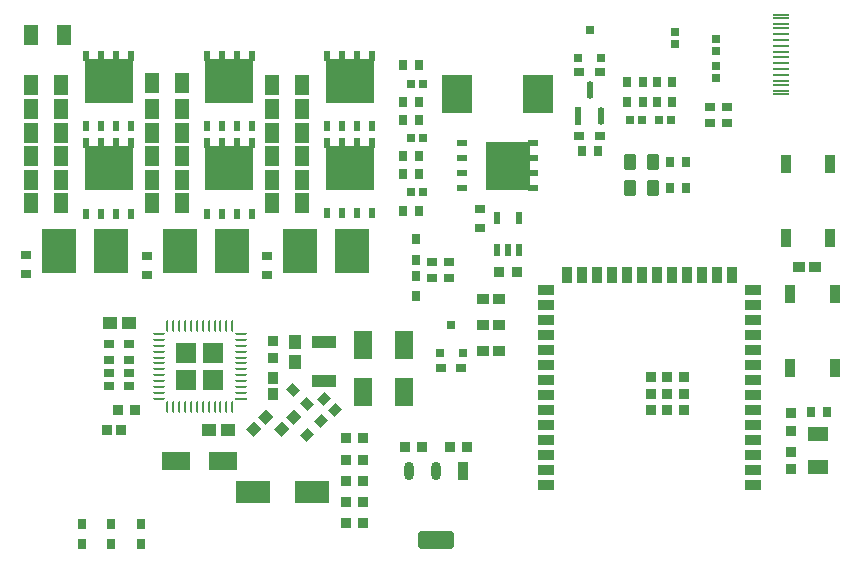
<source format=gtp>
G04*
G04 #@! TF.GenerationSoftware,Altium Limited,Altium Designer,24.1.2 (44)*
G04*
G04 Layer_Color=8421504*
%FSLAX44Y44*%
%MOMM*%
G71*
G04*
G04 #@! TF.SameCoordinates,C2358ADC-4AF9-434A-8588-A0F146304F54*
G04*
G04*
G04 #@! TF.FilePolarity,Positive*
G04*
G01*
G75*
%ADD21R,1.6602X1.6602*%
%ADD22R,1.5963X2.3963*%
%ADD23R,0.9544X0.7544*%
%ADD24R,1.0581X0.9121*%
%ADD25R,0.7590X0.7590*%
%ADD26R,0.9000X0.8000*%
%ADD27R,1.1544X1.7062*%
%ADD28R,0.9487X0.9487*%
%ADD29R,0.5609X1.0109*%
G04:AMPARAMS|DCode=30|XSize=0.9mm|YSize=0.8mm|CornerRadius=0mm|HoleSize=0mm|Usage=FLASHONLY|Rotation=225.000|XOffset=0mm|YOffset=0mm|HoleType=Round|Shape=Rectangle|*
%AMROTATEDRECTD30*
4,1,4,0.0354,0.6010,0.6010,0.0354,-0.0354,-0.6010,-0.6010,-0.0354,0.0354,0.6010,0.0*
%
%ADD30ROTATEDRECTD30*%

G04:AMPARAMS|DCode=31|XSize=0.9054mm|YSize=0.7554mm|CornerRadius=0mm|HoleSize=0mm|Usage=FLASHONLY|Rotation=225.000|XOffset=0mm|YOffset=0mm|HoleType=Round|Shape=Rectangle|*
%AMROTATEDRECTD31*
4,1,4,0.0530,0.5872,0.5872,0.0530,-0.0530,-0.5872,-0.5872,-0.0530,0.0530,0.5872,0.0*
%
%ADD31ROTATEDRECTD31*%

G04:AMPARAMS|DCode=32|XSize=0.9mm|YSize=0.8mm|CornerRadius=0mm|HoleSize=0mm|Usage=FLASHONLY|Rotation=135.000|XOffset=0mm|YOffset=0mm|HoleType=Round|Shape=Rectangle|*
%AMROTATEDRECTD32*
4,1,4,0.6010,-0.0354,0.0354,-0.6010,-0.6010,0.0354,-0.0354,0.6010,0.6010,-0.0354,0.0*
%
%ADD32ROTATEDRECTD32*%

G04:AMPARAMS|DCode=33|XSize=1.5596mm|YSize=3.1321mm|CornerRadius=0.4133mm|HoleSize=0mm|Usage=FLASHONLY|Rotation=270.000|XOffset=0mm|YOffset=0mm|HoleType=Round|Shape=RoundedRectangle|*
%AMROUNDEDRECTD33*
21,1,1.5596,2.3055,0,0,270.0*
21,1,0.7330,3.1321,0,0,270.0*
1,1,0.8266,-1.1528,-0.3665*
1,1,0.8266,-1.1528,0.3665*
1,1,0.8266,1.1528,0.3665*
1,1,0.8266,1.1528,-0.3665*
%
%ADD33ROUNDEDRECTD33*%
G04:AMPARAMS|DCode=34|XSize=1.5596mm|YSize=0.8321mm|CornerRadius=0.4161mm|HoleSize=0mm|Usage=FLASHONLY|Rotation=270.000|XOffset=0mm|YOffset=0mm|HoleType=Round|Shape=RoundedRectangle|*
%AMROUNDEDRECTD34*
21,1,1.5596,0.0000,0,0,270.0*
21,1,0.7275,0.8321,0,0,270.0*
1,1,0.8321,0.0000,-0.3638*
1,1,0.8321,0.0000,0.3638*
1,1,0.8321,0.0000,0.3638*
1,1,0.8321,0.0000,-0.3638*
%
%ADD34ROUNDEDRECTD34*%
%ADD35R,0.8321X1.5596*%
%ADD36R,0.8000X0.9000*%
%ADD37R,0.9054X0.7554*%
%ADD38R,0.6654X0.6725*%
G04:AMPARAMS|DCode=39|XSize=1.3401mm|YSize=0.9401mm|CornerRadius=0.0451mm|HoleSize=0mm|Usage=FLASHONLY|Rotation=90.000|XOffset=0mm|YOffset=0mm|HoleType=Round|Shape=RoundedRectangle|*
%AMROUNDEDRECTD39*
21,1,1.3401,0.8500,0,0,90.0*
21,1,1.2500,0.9401,0,0,90.0*
1,1,0.0901,0.4250,0.6250*
1,1,0.0901,0.4250,-0.6250*
1,1,0.0901,-0.4250,-0.6250*
1,1,0.0901,-0.4250,0.6250*
%
%ADD39ROUNDEDRECTD39*%
%ADD40R,0.7554X0.9054*%
%ADD41R,0.9355X1.6355*%
%ADD42R,1.2602X1.7382*%
%ADD43R,0.9581X0.9121*%
%ADD44R,2.9208X3.8208*%
%ADD45R,1.4732X0.2932*%
G04:AMPARAMS|DCode=46|XSize=0.2393mm|YSize=1.0096mm|CornerRadius=0.1196mm|HoleSize=0mm|Usage=FLASHONLY|Rotation=180.000|XOffset=0mm|YOffset=0mm|HoleType=Round|Shape=RoundedRectangle|*
%AMROUNDEDRECTD46*
21,1,0.2393,0.7704,0,0,180.0*
21,1,0.0000,1.0096,0,0,180.0*
1,1,0.2393,0.0000,0.3852*
1,1,0.2393,0.0000,0.3852*
1,1,0.2393,0.0000,-0.3852*
1,1,0.2393,0.0000,-0.3852*
%
%ADD46ROUNDEDRECTD46*%
G04:AMPARAMS|DCode=47|XSize=1.0096mm|YSize=0.2393mm|CornerRadius=0.1196mm|HoleSize=0mm|Usage=FLASHONLY|Rotation=180.000|XOffset=0mm|YOffset=0mm|HoleType=Round|Shape=RoundedRectangle|*
%AMROUNDEDRECTD47*
21,1,1.0096,0.0000,0,0,180.0*
21,1,0.7704,0.2393,0,0,180.0*
1,1,0.2393,-0.3852,0.0000*
1,1,0.2393,0.3852,0.0000*
1,1,0.2393,0.3852,0.0000*
1,1,0.2393,-0.3852,0.0000*
%
%ADD47ROUNDEDRECTD47*%
%ADD48R,1.0096X0.2393*%
G04:AMPARAMS|DCode=49|XSize=0.9581mm|YSize=0.9121mm|CornerRadius=0mm|HoleSize=0mm|Usage=FLASHONLY|Rotation=45.000|XOffset=0mm|YOffset=0mm|HoleType=Round|Shape=Rectangle|*
%AMROTATEDRECTD49*
4,1,4,-0.0163,-0.6612,-0.6612,-0.0163,0.0163,0.6612,0.6612,0.0163,-0.0163,-0.6612,0.0*
%
%ADD49ROTATEDRECTD49*%

%ADD50R,0.6725X0.6654*%
%ADD51R,1.1581X1.0121*%
%ADD52R,0.9121X0.9581*%
%ADD53R,1.0121X1.1581*%
%ADD54R,2.0500X1.1000*%
%ADD55R,0.9121X1.0581*%
%ADD56R,4.0385X3.7885*%
%ADD57R,0.4659X0.9659*%
%ADD58R,2.8770X1.8770*%
%ADD59R,2.5000X3.3000*%
%ADD60R,2.3963X1.5963*%
%ADD61R,3.7885X4.0385*%
%ADD62R,0.9659X0.4659*%
%ADD63R,0.8538X0.8538*%
%ADD64R,1.4424X0.8424*%
%ADD65R,0.8424X1.4424*%
%ADD66R,1.7582X1.3055*%
G04:AMPARAMS|DCode=67|XSize=1.5052mm|YSize=0.5721mm|CornerRadius=0.2861mm|HoleSize=0mm|Usage=FLASHONLY|Rotation=90.000|XOffset=0mm|YOffset=0mm|HoleType=Round|Shape=RoundedRectangle|*
%AMROUNDEDRECTD67*
21,1,1.5052,0.0000,0,0,90.0*
21,1,0.9331,0.5721,0,0,90.0*
1,1,0.5721,0.0000,0.4666*
1,1,0.5721,0.0000,-0.4666*
1,1,0.5721,0.0000,-0.4666*
1,1,0.5721,0.0000,0.4666*
%
%ADD67ROUNDEDRECTD67*%
%ADD68R,0.5721X1.5052*%
D21*
X-201517Y-356484D02*
D03*
X-178483Y-356482D02*
D03*
X-201517Y-379517D02*
D03*
X-178483Y-379518D02*
D03*
D22*
X-52000Y-389750D02*
D03*
Y-349750D02*
D03*
X-17000Y-389500D02*
D03*
Y-349500D02*
D03*
D23*
X-234750Y-290250D02*
D03*
X-234750Y-274250D02*
D03*
X47000Y-251000D02*
D03*
X47000Y-235000D02*
D03*
X-133500Y-274500D02*
D03*
X-133500Y-290500D02*
D03*
X-337000Y-273500D02*
D03*
X-337000Y-289500D02*
D03*
D24*
X49636Y-310837D02*
D03*
X63176D02*
D03*
X49531Y-332757D02*
D03*
X63071D02*
D03*
X49937Y-354678D02*
D03*
X63477D02*
D03*
X330770Y-284000D02*
D03*
X317230D02*
D03*
D25*
X23000Y-332750D02*
D03*
X32500Y-356750D02*
D03*
X13500D02*
D03*
X140000Y-83000D02*
D03*
X149500Y-107000D02*
D03*
X130500D02*
D03*
D26*
X31500Y-369750D02*
D03*
X14500D02*
D03*
X131500Y-119000D02*
D03*
X148500D02*
D03*
X-249500Y-373750D02*
D03*
X-266500D02*
D03*
X-249500Y-384750D02*
D03*
X-266500D02*
D03*
X-249500Y-362750D02*
D03*
X-266500D02*
D03*
X-249500Y-349000D02*
D03*
X-266500D02*
D03*
X131500Y-173000D02*
D03*
X148500D02*
D03*
D27*
X-128759Y-230000D02*
D03*
X-103241D02*
D03*
X-128759Y-210000D02*
D03*
X-103241D02*
D03*
X-128759Y-190000D02*
D03*
X-103241D02*
D03*
X-128759Y-170000D02*
D03*
X-103241D02*
D03*
X-128759Y-150000D02*
D03*
X-103241D02*
D03*
X-128759Y-130000D02*
D03*
X-103241D02*
D03*
X-230759Y-230000D02*
D03*
X-205241Y-230000D02*
D03*
X-230759Y-210000D02*
D03*
X-205241D02*
D03*
X-230759Y-190000D02*
D03*
X-205241Y-190000D02*
D03*
X-230759Y-170000D02*
D03*
X-205241D02*
D03*
X-230759Y-150000D02*
D03*
X-205241D02*
D03*
X-230759Y-128000D02*
D03*
X-205241Y-128000D02*
D03*
X-332759Y-230000D02*
D03*
X-307241D02*
D03*
X-332759Y-210000D02*
D03*
X-307241D02*
D03*
X-332759Y-170000D02*
D03*
X-307241D02*
D03*
X-332759Y-190000D02*
D03*
X-307241D02*
D03*
X-332759Y-150000D02*
D03*
X-307241D02*
D03*
X-332759Y-130000D02*
D03*
X-307241D02*
D03*
D28*
X-268700Y-422000D02*
D03*
X-257000D02*
D03*
D29*
X61500Y-269750D02*
D03*
X71000D02*
D03*
X80500Y-269750D02*
D03*
Y-242250D02*
D03*
X61500Y-242250D02*
D03*
D30*
X-99010Y-426010D02*
D03*
X-86990Y-413990D02*
D03*
D31*
X-75227Y-404773D02*
D03*
X-84773Y-395227D02*
D03*
D32*
X-111010Y-387990D02*
D03*
X-98990Y-400010D02*
D03*
D33*
X10000Y-515262D02*
D03*
D34*
X-13000Y-456738D02*
D03*
X10000D02*
D03*
D35*
X33000D02*
D03*
D36*
X-7000Y-260500D02*
D03*
Y-277500D02*
D03*
Y-291500D02*
D03*
Y-308500D02*
D03*
X210000Y-127500D02*
D03*
Y-144500D02*
D03*
X197000Y-127500D02*
D03*
Y-144500D02*
D03*
X185000Y-127500D02*
D03*
Y-144500D02*
D03*
X172000Y-127500D02*
D03*
Y-144500D02*
D03*
X-290000Y-501500D02*
D03*
Y-518500D02*
D03*
X-265000Y-501500D02*
D03*
Y-518500D02*
D03*
X-240000Y-501500D02*
D03*
Y-518500D02*
D03*
D37*
X7000Y-292750D02*
D03*
Y-279250D02*
D03*
X21000Y-292750D02*
D03*
Y-279250D02*
D03*
X256000Y-161500D02*
D03*
Y-148000D02*
D03*
X241750Y-161500D02*
D03*
Y-148000D02*
D03*
D38*
X198964Y-159000D02*
D03*
X209036D02*
D03*
X173964D02*
D03*
X184036D02*
D03*
X-964Y-128500D02*
D03*
X-11036D02*
D03*
Y-220500D02*
D03*
X-964D02*
D03*
X-11036Y-174500D02*
D03*
X-964D02*
D03*
D39*
X174500Y-195000D02*
D03*
X193500D02*
D03*
X174500Y-217000D02*
D03*
X193500D02*
D03*
D40*
X208250Y-195000D02*
D03*
X221750D02*
D03*
X208250Y-217000D02*
D03*
X221750D02*
D03*
X341250Y-406500D02*
D03*
X327750D02*
D03*
X-17750Y-205000D02*
D03*
X-4250D02*
D03*
Y-236000D02*
D03*
X-17750D02*
D03*
X-17750Y-159000D02*
D03*
X-4250D02*
D03*
Y-190000D02*
D03*
X-17750D02*
D03*
X133250Y-186000D02*
D03*
X146750D02*
D03*
X-17750Y-113000D02*
D03*
X-4250D02*
D03*
Y-144000D02*
D03*
X-17750D02*
D03*
D41*
X310000Y-306500D02*
D03*
Y-369500D02*
D03*
X348000Y-306500D02*
D03*
Y-369500D02*
D03*
X306000Y-196500D02*
D03*
Y-259500D02*
D03*
X344000Y-196500D02*
D03*
Y-259500D02*
D03*
D42*
X-304818Y-87000D02*
D03*
X-333182D02*
D03*
D43*
X-16270Y-436000D02*
D03*
X-1730D02*
D03*
X-259540Y-405000D02*
D03*
X-245000D02*
D03*
X21730Y-436000D02*
D03*
X36270D02*
D03*
X-66270Y-429000D02*
D03*
X-51730D02*
D03*
Y-447000D02*
D03*
X-66270D02*
D03*
X-51730Y-501000D02*
D03*
X-66270D02*
D03*
X-51730Y-483000D02*
D03*
X-66270D02*
D03*
X-51730Y-465000D02*
D03*
X-66270D02*
D03*
X78270Y-288000D02*
D03*
X63730D02*
D03*
D44*
X-265000Y-270000D02*
D03*
X-309000Y-270000D02*
D03*
X-163000Y-270000D02*
D03*
X-207000Y-270000D02*
D03*
X-61000Y-269890D02*
D03*
X-105000Y-269890D02*
D03*
D45*
X302300Y-137400D02*
D03*
Y-134400D02*
D03*
Y-129400D02*
D03*
Y-126400D02*
D03*
Y-121400D02*
D03*
Y-116400D02*
D03*
Y-111400D02*
D03*
Y-106400D02*
D03*
Y-101400D02*
D03*
Y-96400D02*
D03*
Y-91400D02*
D03*
Y-86400D02*
D03*
Y-81400D02*
D03*
Y-78400D02*
D03*
Y-73400D02*
D03*
X302300Y-70399D02*
D03*
D46*
X-162500Y-402513D02*
D03*
X-167500D02*
D03*
X-172500D02*
D03*
X-177500D02*
D03*
X-182500D02*
D03*
X-187500D02*
D03*
X-192500D02*
D03*
X-197500D02*
D03*
X-202500D02*
D03*
X-207500D02*
D03*
X-212500D02*
D03*
X-217500D02*
D03*
X-217500Y-333488D02*
D03*
X-212500D02*
D03*
X-207500D02*
D03*
X-202500D02*
D03*
X-197500D02*
D03*
X-192500D02*
D03*
X-187500D02*
D03*
X-182500D02*
D03*
X-177500D02*
D03*
X-172500D02*
D03*
X-167500D02*
D03*
X-162500D02*
D03*
D47*
X-224512Y-395500D02*
D03*
Y-390500D02*
D03*
Y-385500D02*
D03*
Y-380500D02*
D03*
X-224513Y-375500D02*
D03*
Y-370500D02*
D03*
Y-365500D02*
D03*
X-224512Y-360500D02*
D03*
Y-355500D02*
D03*
Y-350500D02*
D03*
Y-345500D02*
D03*
Y-340500D02*
D03*
X-155487D02*
D03*
Y-345500D02*
D03*
Y-350500D02*
D03*
Y-355500D02*
D03*
Y-360500D02*
D03*
Y-365500D02*
D03*
Y-370500D02*
D03*
Y-375500D02*
D03*
Y-380500D02*
D03*
Y-385500D02*
D03*
Y-390500D02*
D03*
D48*
Y-395500D02*
D03*
D49*
X-109859Y-410859D02*
D03*
X-120141Y-421141D02*
D03*
X-133859Y-410859D02*
D03*
X-144141Y-421141D02*
D03*
D50*
X212000Y-85000D02*
D03*
Y-95071D02*
D03*
X246750Y-101286D02*
D03*
Y-91214D02*
D03*
Y-113714D02*
D03*
Y-123786D02*
D03*
D51*
X-266270Y-331000D02*
D03*
X-249730D02*
D03*
X-166000Y-422000D02*
D03*
X-182540D02*
D03*
D52*
X-128000Y-346730D02*
D03*
Y-361270D02*
D03*
X310500Y-422270D02*
D03*
Y-407730D02*
D03*
Y-440480D02*
D03*
Y-455020D02*
D03*
D53*
X-109000Y-364270D02*
D03*
Y-347730D02*
D03*
D54*
X-85000Y-380500D02*
D03*
Y-347500D02*
D03*
D55*
X-128000Y-391770D02*
D03*
Y-378230D02*
D03*
D56*
X-63000Y-126000D02*
D03*
Y-199890D02*
D03*
X-165000Y-126000D02*
D03*
Y-200000D02*
D03*
X-267000Y-126000D02*
D03*
Y-200000D02*
D03*
D57*
X-82050Y-105190D02*
D03*
X-69350D02*
D03*
X-56650D02*
D03*
X-43950D02*
D03*
Y-164590D02*
D03*
X-56650Y-164590D02*
D03*
X-69350D02*
D03*
X-82050Y-164590D02*
D03*
Y-179080D02*
D03*
X-69350Y-179080D02*
D03*
X-56650D02*
D03*
X-43950Y-179080D02*
D03*
Y-238480D02*
D03*
X-56650Y-238480D02*
D03*
X-69350D02*
D03*
X-82050Y-238480D02*
D03*
X-184050Y-105190D02*
D03*
X-171350D02*
D03*
X-158650D02*
D03*
X-145950D02*
D03*
Y-164590D02*
D03*
X-158650D02*
D03*
X-171350D02*
D03*
X-184050D02*
D03*
Y-179190D02*
D03*
X-171350Y-179190D02*
D03*
X-158650D02*
D03*
X-145950Y-179190D02*
D03*
Y-238590D02*
D03*
X-158650Y-238590D02*
D03*
X-171350D02*
D03*
X-184050Y-238590D02*
D03*
X-286050Y-105190D02*
D03*
X-273350D02*
D03*
X-260650D02*
D03*
X-247950D02*
D03*
Y-164590D02*
D03*
X-260650D02*
D03*
X-273350D02*
D03*
X-286050D02*
D03*
Y-179190D02*
D03*
X-273350Y-179190D02*
D03*
X-260650D02*
D03*
X-247950Y-179190D02*
D03*
Y-238590D02*
D03*
X-260650Y-238590D02*
D03*
X-273350D02*
D03*
X-286050Y-238590D02*
D03*
D58*
X-145000Y-474000D02*
D03*
X-95000D02*
D03*
D59*
X96500Y-137000D02*
D03*
X27500D02*
D03*
D60*
X-170000Y-448000D02*
D03*
X-210000D02*
D03*
D61*
X71000Y-198000D02*
D03*
D62*
X91810Y-178950D02*
D03*
Y-191650D02*
D03*
Y-204350D02*
D03*
Y-217050D02*
D03*
X32410D02*
D03*
X32410Y-204350D02*
D03*
Y-191650D02*
D03*
X32410Y-178950D02*
D03*
D63*
X206000Y-391000D02*
D03*
X220000Y-391000D02*
D03*
X192000D02*
D03*
X220000Y-377000D02*
D03*
X206000D02*
D03*
X192000D02*
D03*
X220000Y-405000D02*
D03*
X206000Y-405000D02*
D03*
X192000D02*
D03*
D64*
X278500Y-468200D02*
D03*
X278500Y-455500D02*
D03*
X278500Y-442800D02*
D03*
Y-430100D02*
D03*
Y-417400D02*
D03*
Y-404700D02*
D03*
Y-392000D02*
D03*
Y-379300D02*
D03*
Y-366600D02*
D03*
Y-353900D02*
D03*
Y-341200D02*
D03*
Y-328500D02*
D03*
X278500Y-315800D02*
D03*
X278500Y-303100D02*
D03*
X103500Y-303100D02*
D03*
Y-315800D02*
D03*
Y-328500D02*
D03*
X103500Y-341200D02*
D03*
Y-353900D02*
D03*
X103500Y-366600D02*
D03*
Y-379300D02*
D03*
Y-392000D02*
D03*
X103500Y-404700D02*
D03*
X103500Y-417400D02*
D03*
X103500Y-430100D02*
D03*
Y-442800D02*
D03*
Y-455500D02*
D03*
Y-468200D02*
D03*
D65*
X260850Y-290600D02*
D03*
X248150D02*
D03*
X235450D02*
D03*
X222750Y-290600D02*
D03*
X210050Y-290600D02*
D03*
X197350D02*
D03*
X184650D02*
D03*
X171950D02*
D03*
X159250D02*
D03*
X146550D02*
D03*
X133850D02*
D03*
X121150D02*
D03*
D66*
X333750Y-425236D02*
D03*
Y-452764D02*
D03*
D67*
X140000Y-133995D02*
D03*
X149500Y-156005D02*
D03*
D68*
X130500D02*
D03*
M02*

</source>
